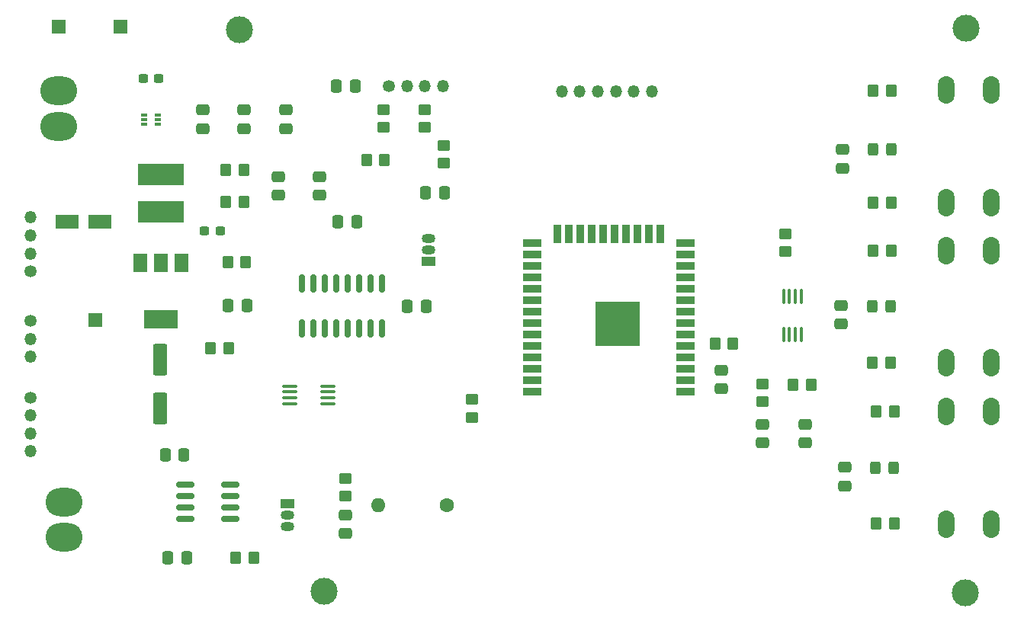
<source format=gbr>
%TF.GenerationSoftware,KiCad,Pcbnew,(6.0.7-1)-1*%
%TF.CreationDate,2022-11-01T11:46:41-04:00*%
%TF.ProjectId,Kool Keg,4b6f6f6c-204b-4656-972e-6b696361645f,rev?*%
%TF.SameCoordinates,Original*%
%TF.FileFunction,Soldermask,Top*%
%TF.FilePolarity,Negative*%
%FSLAX46Y46*%
G04 Gerber Fmt 4.6, Leading zero omitted, Abs format (unit mm)*
G04 Created by KiCad (PCBNEW (6.0.7-1)-1) date 2022-11-01 11:46:41*
%MOMM*%
%LPD*%
G01*
G04 APERTURE LIST*
G04 Aperture macros list*
%AMRoundRect*
0 Rectangle with rounded corners*
0 $1 Rounding radius*
0 $2 $3 $4 $5 $6 $7 $8 $9 X,Y pos of 4 corners*
0 Add a 4 corners polygon primitive as box body*
4,1,4,$2,$3,$4,$5,$6,$7,$8,$9,$2,$3,0*
0 Add four circle primitives for the rounded corners*
1,1,$1+$1,$2,$3*
1,1,$1+$1,$4,$5*
1,1,$1+$1,$6,$7*
1,1,$1+$1,$8,$9*
0 Add four rect primitives between the rounded corners*
20,1,$1+$1,$2,$3,$4,$5,0*
20,1,$1+$1,$4,$5,$6,$7,0*
20,1,$1+$1,$6,$7,$8,$9,0*
20,1,$1+$1,$8,$9,$2,$3,0*%
G04 Aperture macros list end*
%ADD10C,3.000000*%
%ADD11RoundRect,0.250000X-0.350000X-0.450000X0.350000X-0.450000X0.350000X0.450000X-0.350000X0.450000X0*%
%ADD12RoundRect,0.250000X0.475000X-0.337500X0.475000X0.337500X-0.475000X0.337500X-0.475000X-0.337500X0*%
%ADD13RoundRect,0.150000X-0.825000X-0.150000X0.825000X-0.150000X0.825000X0.150000X-0.825000X0.150000X0*%
%ADD14C,1.350000*%
%ADD15O,1.350000X1.350000*%
%ADD16RoundRect,0.250000X-0.337500X-0.475000X0.337500X-0.475000X0.337500X0.475000X-0.337500X0.475000X0*%
%ADD17RoundRect,0.250000X-0.450000X0.350000X-0.450000X-0.350000X0.450000X-0.350000X0.450000X0.350000X0*%
%ADD18O,4.100000X3.160000*%
%ADD19RoundRect,0.250000X-0.475000X0.337500X-0.475000X-0.337500X0.475000X-0.337500X0.475000X0.337500X0*%
%ADD20RoundRect,0.250000X0.450000X-0.350000X0.450000X0.350000X-0.450000X0.350000X-0.450000X-0.350000X0*%
%ADD21RoundRect,0.250000X-0.325000X-0.450000X0.325000X-0.450000X0.325000X0.450000X-0.325000X0.450000X0*%
%ADD22C,1.600000*%
%ADD23O,1.600000X1.600000*%
%ADD24RoundRect,0.250000X1.050000X0.550000X-1.050000X0.550000X-1.050000X-0.550000X1.050000X-0.550000X0*%
%ADD25O,1.850000X3.048000*%
%ADD26RoundRect,0.250000X0.337500X0.475000X-0.337500X0.475000X-0.337500X-0.475000X0.337500X-0.475000X0*%
%ADD27R,1.500000X1.500000*%
%ADD28R,1.500000X2.000000*%
%ADD29R,3.800000X2.000000*%
%ADD30RoundRect,0.250000X0.350000X0.450000X-0.350000X0.450000X-0.350000X-0.450000X0.350000X-0.450000X0*%
%ADD31RoundRect,0.100000X-0.100000X0.712500X-0.100000X-0.712500X0.100000X-0.712500X0.100000X0.712500X0*%
%ADD32RoundRect,0.237500X0.300000X0.237500X-0.300000X0.237500X-0.300000X-0.237500X0.300000X-0.237500X0*%
%ADD33RoundRect,0.100000X-0.712500X-0.100000X0.712500X-0.100000X0.712500X0.100000X-0.712500X0.100000X0*%
%ADD34R,0.700000X0.340000*%
%ADD35R,5.100000X2.350000*%
%ADD36RoundRect,0.250000X-0.550000X1.500000X-0.550000X-1.500000X0.550000X-1.500000X0.550000X1.500000X0*%
%ADD37R,2.000000X0.900000*%
%ADD38R,0.900000X2.000000*%
%ADD39R,5.000000X5.000000*%
%ADD40RoundRect,0.237500X-0.300000X-0.237500X0.300000X-0.237500X0.300000X0.237500X-0.300000X0.237500X0*%
%ADD41R,1.500000X1.050000*%
%ADD42O,1.500000X1.050000*%
%ADD43RoundRect,0.150000X-0.150000X0.850000X-0.150000X-0.850000X0.150000X-0.850000X0.150000X0.850000X0*%
G04 APERTURE END LIST*
D10*
%TO.C,REF\u002A\u002A*%
X99600000Y-107400000D03*
%TD*%
D11*
%TO.C,R8*%
X160600000Y-69600000D03*
X162600000Y-69600000D03*
%TD*%
D12*
%TO.C,C1*%
X86100000Y-56037500D03*
X86100000Y-53962500D03*
%TD*%
D13*
%TO.C,U5*%
X84225000Y-95595000D03*
X84225000Y-96865000D03*
X84225000Y-98135000D03*
X84225000Y-99405000D03*
X89175000Y-99405000D03*
X89175000Y-98135000D03*
X89175000Y-96865000D03*
X89175000Y-95595000D03*
%TD*%
D14*
%TO.C,J3*%
X67000000Y-85900000D03*
D15*
X67000000Y-87900000D03*
X67000000Y-89900000D03*
X67000000Y-91900000D03*
%TD*%
D16*
%TO.C,C3*%
X88962500Y-75700000D03*
X91037500Y-75700000D03*
%TD*%
D17*
%TO.C,R12*%
X110800000Y-53900000D03*
X110800000Y-55900000D03*
%TD*%
D12*
%TO.C,C22*%
X148300000Y-90937500D03*
X148300000Y-88862500D03*
%TD*%
D18*
%TO.C,J1*%
X70100000Y-55800000D03*
X70100000Y-51840000D03*
%TD*%
D19*
%TO.C,C9*%
X94500000Y-61362500D03*
X94500000Y-63437500D03*
%TD*%
D14*
%TO.C,J2*%
X106800000Y-51300000D03*
D15*
X108800000Y-51300000D03*
X110800000Y-51300000D03*
X112800000Y-51300000D03*
%TD*%
D20*
%TO.C,R17*%
X116000000Y-88100000D03*
X116000000Y-86100000D03*
%TD*%
D19*
%TO.C,C10*%
X99100000Y-61362500D03*
X99100000Y-63437500D03*
%TD*%
D21*
%TO.C,D1*%
X160475000Y-75800000D03*
X162525000Y-75800000D03*
%TD*%
D11*
%TO.C,R4*%
X88700000Y-64200000D03*
X90700000Y-64200000D03*
%TD*%
D10*
%TO.C,REF\u002A\u002A*%
X170900000Y-44900000D03*
%TD*%
D22*
%TO.C,D4*%
X113210000Y-97900000D03*
D23*
X105590000Y-97900000D03*
%TD*%
D11*
%TO.C,R1*%
X87000000Y-80400000D03*
X89000000Y-80400000D03*
%TD*%
D16*
%TO.C,C15*%
X108862500Y-75800000D03*
X110937500Y-75800000D03*
%TD*%
D11*
%TO.C,R2*%
X88900000Y-70900000D03*
X90900000Y-70900000D03*
%TD*%
D24*
%TO.C,C2*%
X74700000Y-66400000D03*
X71100000Y-66400000D03*
%TD*%
D11*
%TO.C,R13*%
X104300000Y-59500000D03*
X106300000Y-59500000D03*
%TD*%
D21*
%TO.C,D2*%
X160775000Y-93700000D03*
X162825000Y-93700000D03*
%TD*%
D25*
%TO.C,SW1*%
X173700000Y-64260000D03*
X173700000Y-51760000D03*
X168700000Y-64260000D03*
X168700000Y-51760000D03*
%TD*%
D21*
%TO.C,D3*%
X160575000Y-58300000D03*
X162625000Y-58300000D03*
%TD*%
D14*
%TO.C,J7*%
X67000000Y-71900000D03*
D15*
X67000000Y-69900000D03*
X67000000Y-67900000D03*
X67000000Y-65900000D03*
%TD*%
D26*
%TO.C,C17*%
X103037500Y-51300000D03*
X100962500Y-51300000D03*
%TD*%
D12*
%TO.C,C23*%
X153000000Y-90937500D03*
X153000000Y-88862500D03*
%TD*%
D19*
%TO.C,C18*%
X102000000Y-98962500D03*
X102000000Y-101037500D03*
%TD*%
%TO.C,C12*%
X157000000Y-75662500D03*
X157000000Y-77737500D03*
%TD*%
D27*
%TO.C,+5V*%
X74200000Y-77300000D03*
%TD*%
D28*
%TO.C,U1*%
X83800000Y-70950000D03*
D29*
X81500000Y-77250000D03*
D28*
X81500000Y-70950000D03*
X79200000Y-70950000D03*
%TD*%
D11*
%TO.C,R20*%
X151700000Y-84500000D03*
X153700000Y-84500000D03*
%TD*%
%TO.C,R7*%
X160900000Y-99900000D03*
X162900000Y-99900000D03*
%TD*%
D30*
%TO.C,R10*%
X162600000Y-51800000D03*
X160600000Y-51800000D03*
%TD*%
D26*
%TO.C,C16*%
X103237500Y-66400000D03*
X101162500Y-66400000D03*
%TD*%
D15*
%TO.C,J5*%
X136000000Y-51900000D03*
X134000000Y-51900000D03*
X132000000Y-51900000D03*
X130000000Y-51900000D03*
X128000000Y-51900000D03*
X126000000Y-51900000D03*
%TD*%
D12*
%TO.C,C4*%
X90700000Y-56037500D03*
X90700000Y-53962500D03*
%TD*%
D16*
%TO.C,C19*%
X82262500Y-103700000D03*
X84337500Y-103700000D03*
%TD*%
D30*
%TO.C,R3*%
X90700000Y-60600000D03*
X88700000Y-60600000D03*
%TD*%
D31*
%TO.C,U3*%
X152575000Y-74687500D03*
X151925000Y-74687500D03*
X151275000Y-74687500D03*
X150625000Y-74687500D03*
X150625000Y-78912500D03*
X151275000Y-78912500D03*
X151925000Y-78912500D03*
X152575000Y-78912500D03*
%TD*%
D32*
%TO.C,C6*%
X81262500Y-50500000D03*
X79537500Y-50500000D03*
%TD*%
D33*
%TO.C,U6*%
X95787500Y-84625000D03*
X95787500Y-85275000D03*
X95787500Y-85925000D03*
X95787500Y-86575000D03*
X100012500Y-86575000D03*
X100012500Y-85925000D03*
X100012500Y-85275000D03*
X100012500Y-84625000D03*
%TD*%
D25*
%TO.C,SW3*%
X173700000Y-99960000D03*
X173700000Y-87460000D03*
X168700000Y-99960000D03*
X168700000Y-87460000D03*
%TD*%
%TO.C,SW2*%
X173700000Y-82060000D03*
X173700000Y-69560000D03*
X168700000Y-69560000D03*
X168700000Y-82060000D03*
%TD*%
D34*
%TO.C,U2*%
X81150000Y-55500000D03*
X81150000Y-55000000D03*
X81150000Y-54500000D03*
X79650000Y-54500000D03*
X79650000Y-55000000D03*
X79650000Y-55500000D03*
%TD*%
D30*
%TO.C,R9*%
X162900000Y-87500000D03*
X160900000Y-87500000D03*
%TD*%
D12*
%TO.C,C5*%
X95400000Y-56037500D03*
X95400000Y-53962500D03*
%TD*%
D35*
%TO.C,L1*%
X81500000Y-61125000D03*
X81500000Y-65275000D03*
%TD*%
D20*
%TO.C,R19*%
X148300000Y-86400000D03*
X148300000Y-84400000D03*
%TD*%
D36*
%TO.C,C7*%
X81400000Y-81700000D03*
X81400000Y-87100000D03*
%TD*%
D11*
%TO.C,R6*%
X160500000Y-82000000D03*
X162500000Y-82000000D03*
%TD*%
D16*
%TO.C,C20*%
X81962500Y-92300000D03*
X84037500Y-92300000D03*
%TD*%
D37*
%TO.C,U7*%
X139700000Y-85255000D03*
X139700000Y-83985000D03*
X139700000Y-82715000D03*
X139700000Y-81445000D03*
X139700000Y-80175000D03*
X139700000Y-78905000D03*
X139700000Y-77635000D03*
X139700000Y-76365000D03*
X139700000Y-75095000D03*
X139700000Y-73825000D03*
X139700000Y-72555000D03*
X139700000Y-71285000D03*
X139700000Y-70015000D03*
X139700000Y-68745000D03*
D38*
X136915000Y-67745000D03*
X135645000Y-67745000D03*
X134375000Y-67745000D03*
X133105000Y-67745000D03*
X131835000Y-67745000D03*
X130565000Y-67745000D03*
X129295000Y-67745000D03*
X128025000Y-67745000D03*
X126755000Y-67745000D03*
X125485000Y-67745000D03*
D37*
X122700000Y-68745000D03*
X122700000Y-70015000D03*
X122700000Y-71285000D03*
X122700000Y-72555000D03*
X122700000Y-73825000D03*
X122700000Y-75095000D03*
X122700000Y-76365000D03*
X122700000Y-77635000D03*
X122700000Y-78905000D03*
X122700000Y-80175000D03*
X122700000Y-81445000D03*
X122700000Y-82715000D03*
X122700000Y-83985000D03*
X122700000Y-85255000D03*
D39*
X132200000Y-77755000D03*
%TD*%
D27*
%TO.C,+3.3*%
X70100000Y-44700000D03*
%TD*%
D30*
%TO.C,R18*%
X145000000Y-79900000D03*
X143000000Y-79900000D03*
%TD*%
D26*
%TO.C,C14*%
X112937500Y-63200000D03*
X110862500Y-63200000D03*
%TD*%
D10*
%TO.C,REF\u002A\u002A*%
X170800000Y-107600000D03*
%TD*%
D19*
%TO.C,C11*%
X157200000Y-58362500D03*
X157200000Y-60437500D03*
%TD*%
D14*
%TO.C,J4*%
X67000000Y-77400000D03*
D15*
X67000000Y-79400000D03*
X67000000Y-81400000D03*
%TD*%
D20*
%TO.C,R21*%
X150800000Y-69700000D03*
X150800000Y-67700000D03*
%TD*%
D19*
%TO.C,C21*%
X143700000Y-82862500D03*
X143700000Y-84937500D03*
%TD*%
D17*
%TO.C,R11*%
X112900000Y-57900000D03*
X112900000Y-59900000D03*
%TD*%
D40*
%TO.C,C8*%
X86337500Y-67400000D03*
X88062500Y-67400000D03*
%TD*%
D19*
%TO.C,C13*%
X157400000Y-93662500D03*
X157400000Y-95737500D03*
%TD*%
D18*
%TO.C,J6*%
X70700000Y-97500000D03*
X70700000Y-101460000D03*
%TD*%
D30*
%TO.C,R16*%
X91800000Y-103700000D03*
X89800000Y-103700000D03*
%TD*%
D17*
%TO.C,R15*%
X102000000Y-94900000D03*
X102000000Y-96900000D03*
%TD*%
D27*
%TO.C,GND*%
X77000000Y-44700000D03*
%TD*%
D41*
%TO.C,Q1*%
X111160000Y-70770000D03*
D42*
X111160000Y-69500000D03*
X111160000Y-68230000D03*
%TD*%
D41*
%TO.C,Q2*%
X95500000Y-97700000D03*
D42*
X95500000Y-98970000D03*
X95500000Y-100240000D03*
%TD*%
D43*
%TO.C,U4*%
X106045000Y-73200000D03*
X104775000Y-73200000D03*
X103505000Y-73200000D03*
X102235000Y-73200000D03*
X100965000Y-73200000D03*
X99695000Y-73200000D03*
X98425000Y-73200000D03*
X97155000Y-73200000D03*
X97155000Y-78200000D03*
X98425000Y-78200000D03*
X99695000Y-78200000D03*
X100965000Y-78200000D03*
X102235000Y-78200000D03*
X103505000Y-78200000D03*
X104775000Y-78200000D03*
X106045000Y-78200000D03*
%TD*%
D10*
%TO.C,REF\u002A\u002A*%
X90200000Y-45000000D03*
%TD*%
D11*
%TO.C,R5*%
X160600000Y-64300000D03*
X162600000Y-64300000D03*
%TD*%
D17*
%TO.C,R14*%
X106200000Y-53900000D03*
X106200000Y-55900000D03*
%TD*%
M02*

</source>
